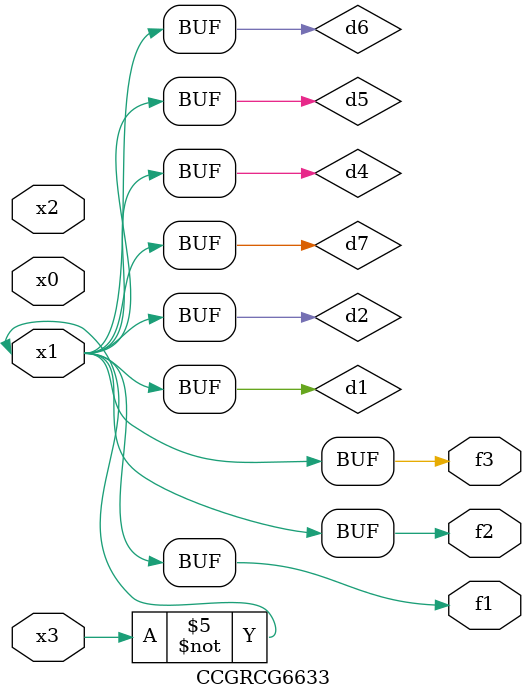
<source format=v>
module CCGRCG6633(
	input x0, x1, x2, x3,
	output f1, f2, f3
);

	wire d1, d2, d3, d4, d5, d6, d7;

	not (d1, x3);
	buf (d2, x1);
	xnor (d3, d1, d2);
	nor (d4, d1);
	buf (d5, d1, d2);
	buf (d6, d4, d5);
	nand (d7, d4);
	assign f1 = d6;
	assign f2 = d7;
	assign f3 = d6;
endmodule

</source>
